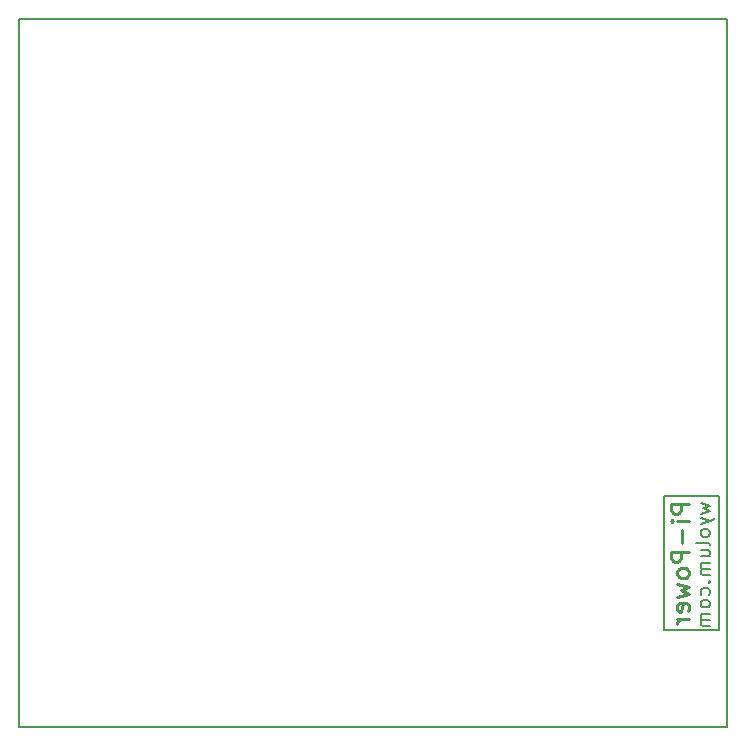
<source format=gbo>
G04 (created by PCBNEW (2013-03-15 BZR 4003)-stable) date 24-Aug-13 4:32:32 PM*
%MOIN*%
G04 Gerber Fmt 3.4, Leading zero omitted, Abs format*
%FSLAX34Y34*%
G01*
G70*
G90*
G04 APERTURE LIST*
%ADD10C,0*%
%ADD11C,0.00787402*%
%ADD12C,0.00984252*%
%ADD13C,0.00590551*%
%ADD14C,0.07*%
%ADD15C,0.08*%
%ADD16C,0.06*%
%ADD17R,0.06X0.06*%
%ADD18C,0.16*%
%ADD19R,0.16X0.16*%
%ADD20O,0.2X0.13*%
%ADD21C,0.075*%
%ADD22R,0.03X0.0646457*%
%ADD23R,0.0323622X0.0323622*%
%ADD24C,0.0591*%
%ADD25C,0.1181*%
%ADD26R,0.03X0.0650394*%
%ADD27R,0.0323622X0.0325591*%
%ADD28R,0.0322835X0.0346457*%
%ADD29C,0.3*%
G04 APERTURE END LIST*
G54D10*
G54D11*
X57903Y-23277D02*
X56053Y-23277D01*
X57903Y-27765D02*
X57903Y-23277D01*
X56053Y-27765D02*
X57903Y-27765D01*
X56053Y-23277D02*
X56053Y-27765D01*
X57277Y-23520D02*
X57592Y-23610D01*
X57367Y-23700D01*
X57592Y-23790D01*
X57277Y-23880D01*
X57277Y-24015D02*
X57592Y-24128D01*
X57277Y-24240D02*
X57592Y-24128D01*
X57705Y-24083D01*
X57727Y-24060D01*
X57750Y-24015D01*
X57592Y-24488D02*
X57570Y-24443D01*
X57547Y-24420D01*
X57502Y-24398D01*
X57367Y-24398D01*
X57322Y-24420D01*
X57300Y-24443D01*
X57277Y-24488D01*
X57277Y-24555D01*
X57300Y-24600D01*
X57322Y-24623D01*
X57367Y-24645D01*
X57502Y-24645D01*
X57547Y-24623D01*
X57570Y-24600D01*
X57592Y-24555D01*
X57592Y-24488D01*
X57592Y-24915D02*
X57570Y-24870D01*
X57525Y-24848D01*
X57120Y-24848D01*
X57277Y-25298D02*
X57592Y-25298D01*
X57277Y-25095D02*
X57525Y-25095D01*
X57570Y-25118D01*
X57592Y-25163D01*
X57592Y-25230D01*
X57570Y-25275D01*
X57547Y-25298D01*
X57592Y-25523D02*
X57277Y-25523D01*
X57322Y-25523D02*
X57300Y-25545D01*
X57277Y-25590D01*
X57277Y-25658D01*
X57300Y-25703D01*
X57345Y-25725D01*
X57592Y-25725D01*
X57345Y-25725D02*
X57300Y-25748D01*
X57277Y-25793D01*
X57277Y-25860D01*
X57300Y-25905D01*
X57345Y-25928D01*
X57592Y-25928D01*
X57547Y-26152D02*
X57570Y-26175D01*
X57592Y-26152D01*
X57570Y-26130D01*
X57547Y-26152D01*
X57592Y-26152D01*
X57570Y-26580D02*
X57592Y-26535D01*
X57592Y-26445D01*
X57570Y-26400D01*
X57547Y-26377D01*
X57502Y-26355D01*
X57367Y-26355D01*
X57322Y-26377D01*
X57300Y-26400D01*
X57277Y-26445D01*
X57277Y-26535D01*
X57300Y-26580D01*
X57592Y-26850D02*
X57570Y-26805D01*
X57547Y-26782D01*
X57502Y-26760D01*
X57367Y-26760D01*
X57322Y-26782D01*
X57300Y-26805D01*
X57277Y-26850D01*
X57277Y-26917D01*
X57300Y-26962D01*
X57322Y-26985D01*
X57367Y-27007D01*
X57502Y-27007D01*
X57547Y-26985D01*
X57570Y-26962D01*
X57592Y-26917D01*
X57592Y-26850D01*
X57592Y-27210D02*
X57277Y-27210D01*
X57322Y-27210D02*
X57300Y-27232D01*
X57277Y-27277D01*
X57277Y-27345D01*
X57300Y-27390D01*
X57345Y-27412D01*
X57592Y-27412D01*
X57345Y-27412D02*
X57300Y-27435D01*
X57277Y-27480D01*
X57277Y-27547D01*
X57300Y-27592D01*
X57345Y-27615D01*
X57592Y-27615D01*
G54D12*
X56892Y-23543D02*
X56302Y-23543D01*
X56302Y-23768D01*
X56330Y-23824D01*
X56358Y-23852D01*
X56414Y-23880D01*
X56498Y-23880D01*
X56555Y-23852D01*
X56583Y-23824D01*
X56611Y-23768D01*
X56611Y-23543D01*
X56892Y-24133D02*
X56498Y-24133D01*
X56302Y-24133D02*
X56330Y-24105D01*
X56358Y-24133D01*
X56330Y-24161D01*
X56302Y-24133D01*
X56358Y-24133D01*
X56667Y-24415D02*
X56667Y-24865D01*
X56892Y-25146D02*
X56302Y-25146D01*
X56302Y-25371D01*
X56330Y-25427D01*
X56358Y-25455D01*
X56414Y-25483D01*
X56498Y-25483D01*
X56555Y-25455D01*
X56583Y-25427D01*
X56611Y-25371D01*
X56611Y-25146D01*
X56892Y-25821D02*
X56864Y-25764D01*
X56836Y-25736D01*
X56780Y-25708D01*
X56611Y-25708D01*
X56555Y-25736D01*
X56526Y-25764D01*
X56498Y-25821D01*
X56498Y-25905D01*
X56526Y-25961D01*
X56555Y-25989D01*
X56611Y-26017D01*
X56780Y-26017D01*
X56836Y-25989D01*
X56864Y-25961D01*
X56892Y-25905D01*
X56892Y-25821D01*
X56498Y-26214D02*
X56892Y-26327D01*
X56611Y-26439D01*
X56892Y-26552D01*
X56498Y-26664D01*
X56864Y-27114D02*
X56892Y-27058D01*
X56892Y-26946D01*
X56864Y-26889D01*
X56808Y-26861D01*
X56583Y-26861D01*
X56526Y-26889D01*
X56498Y-26946D01*
X56498Y-27058D01*
X56526Y-27114D01*
X56583Y-27142D01*
X56639Y-27142D01*
X56695Y-26861D01*
X56892Y-27395D02*
X56498Y-27395D01*
X56611Y-27395D02*
X56555Y-27424D01*
X56526Y-27452D01*
X56498Y-27508D01*
X56498Y-27564D01*
G54D13*
X34547Y-31003D02*
X34547Y-7381D01*
X58169Y-31003D02*
X34547Y-31003D01*
X58169Y-7381D02*
X58169Y-31003D01*
X34547Y-7381D02*
X58169Y-7381D01*
%LPC*%
G54D14*
X54319Y-9547D03*
X52569Y-9547D03*
G54D15*
X54819Y-10547D03*
X52069Y-10547D03*
G54D14*
X52569Y-12097D03*
X54319Y-12097D03*
X52944Y-11347D03*
X53944Y-11347D03*
G54D16*
X48507Y-18444D03*
X49507Y-18444D03*
X50507Y-18444D03*
X50787Y-10145D03*
X50787Y-9145D03*
X42519Y-14437D03*
X42519Y-13437D03*
X44488Y-26877D03*
X44488Y-25877D03*
X54429Y-26877D03*
X54429Y-25877D03*
X47618Y-14437D03*
X47618Y-13437D03*
X56084Y-8271D03*
X57084Y-8271D03*
X56084Y-9271D03*
X57084Y-9271D03*
X56084Y-10271D03*
G54D17*
X57084Y-10271D03*
G54D16*
X56084Y-11271D03*
X57084Y-11271D03*
X56084Y-12271D03*
X57084Y-12271D03*
X56084Y-13271D03*
X57084Y-13271D03*
X56084Y-14271D03*
X57084Y-14271D03*
X56084Y-15271D03*
X57084Y-15271D03*
X56084Y-16271D03*
X57084Y-16271D03*
X56084Y-17271D03*
X57084Y-17271D03*
X56084Y-18271D03*
X57084Y-18271D03*
X56084Y-19271D03*
X57084Y-19271D03*
X56084Y-20271D03*
X57084Y-20271D03*
G54D18*
X37795Y-9251D03*
G54D19*
X40195Y-9251D03*
G54D20*
X39045Y-11251D03*
G54D16*
X47047Y-19488D03*
G54D21*
X35150Y-12499D03*
X35150Y-15099D03*
G54D22*
X49606Y-26279D03*
G54D23*
X49299Y-26440D03*
X49299Y-26118D03*
X49913Y-26118D03*
X49913Y-26440D03*
G54D24*
X39763Y-20297D03*
X39763Y-19297D03*
X39763Y-18497D03*
X39763Y-17497D03*
G54D25*
X38713Y-21497D03*
X38713Y-16097D03*
G54D26*
X44980Y-16141D03*
G54D27*
X44673Y-16304D03*
X44673Y-15979D03*
X45287Y-15979D03*
X45287Y-16304D03*
G54D28*
X41146Y-28295D03*
X40824Y-28295D03*
X41146Y-27949D03*
X40824Y-27949D03*
G54D29*
X36122Y-29429D03*
X56594Y-29429D03*
G54D16*
X38937Y-14437D03*
X38937Y-13437D03*
X56084Y-21271D03*
X56084Y-22271D03*
X57084Y-21271D03*
X57084Y-22271D03*
M02*

</source>
